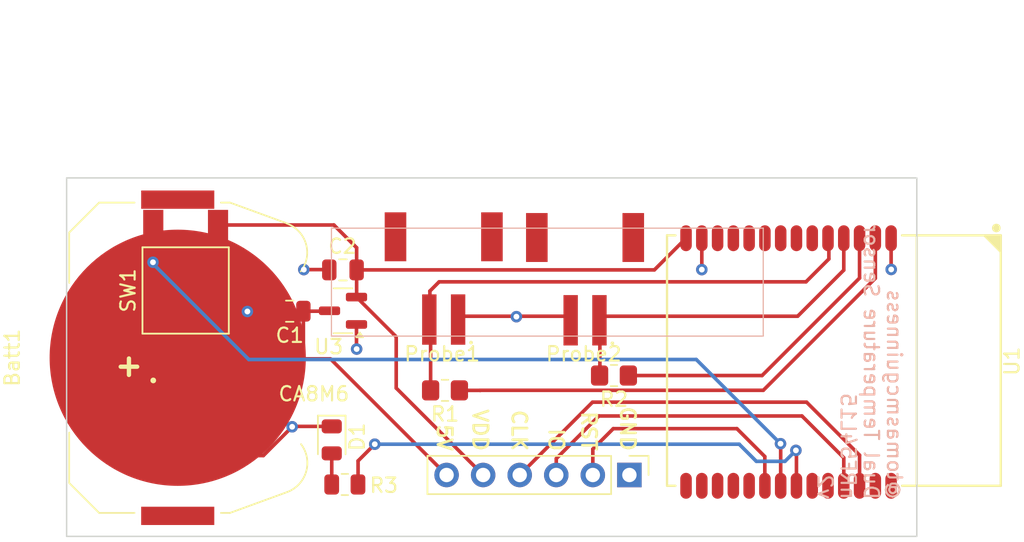
<source format=kicad_pcb>
(kicad_pcb (version 20241229) (generator "pcbnew") (generator_version "9.0")
  (title_block (title "Matter nRF54L15 Dual Temperature Sensor") (rev "2") (company "Cold Bear Ltd") (comment 4 "AISLER Project ID: CJCXXZRD"))
  (layers (0 "F.Cu" signal) (2 "B.Cu" signal) (13 "F.Paste" user) (15 "B.Paste" user) (5 "F.SilkS" user "F.Silkscreen") (7 "B.SilkS" user "B.Silkscreen") (1 "F.Mask" user) (3 "B.Mask" user) (25 "Edge.Cuts" user))
  (net 0 "")
  (net 1 "GND")
  (net 16 "Net-(U1-P1.13{slash}AIN6)")
  (net 18 "Net-(D1-A)")
  (net 19 "Net-(Probe1-Pin_2)")
  (net 20 "Net-(U1-P1.09)")
  (net 21 "Net-(U1-P1.10)")
  (net 22 "Net-(U1-P2.10)")
  (net 23 "Net-(Batt1-Pin_1)")
  (net 24 "Net-(J2-Pin_2)")
  (net 25 "Net-(J2-Pin_4)")
  (net 26 "Net-(J2-Pin_5)")
  (net 27 "Net-(J2-Pin_3)")
  (net 29 "unconnected-(U1-P2.09-Pad21)")
  (net 31 "Net-(Probe2-Pin_1)")
  (footprint "S2B-PH-SM4-TB:JST_S2B-PH-SM4-TB" (layer "F.Cu") (at 71.55 63.44)
    (property "Reference" "Probe2" (at -0.09 2.34 0) (layer "F.SilkS") (effects (font (size 1.001386 1.001386))))
    (property "Value" "Conn_01x02")
    (fp_circle (center 1.9 1.6) (end 2.027 1.6) (fill yes) (layer "F.SilkS"))
    (pad "1" smd rect (at 1 0) (size 1 3.5) (layers "F.Cu" "F.Mask" "F.Paste") (net 31 "Net-(Probe2-Pin_1)"))
    (pad "2" smd rect (at -1 0) (size 1 3.5) (layers "F.Cu" "F.Mask" "F.Paste") (net 1 "GND"))
    (pad "P1" smd rect (at 3.35 -5.75) (size 1.5 3.4) (layers "F.Cu" "F.Mask" "F.Paste"))
    (pad "P2" smd rect (at -3.35 -5.75) (size 1.5 3.4) (layers "F.Cu" "F.Mask" "F.Paste"))
  )
  (footprint "ME54BS01-1Y15TI:ME54BS01_V1.0" (layer "F.Cu") (at 85.69 66.34 -90)
    (property "Reference" "U1" (at -0.05497 -15.524 90) (layer "F.SilkS"))
    (property "Value" "ME54BS01_V1.0")
    (fp_line (start -8.8 8.444) (end 8.599 8.444) (stroke (width 0.16)) (layer "F.SilkS"))
    (fp_line (start -8.8 8.444) (end -8.8 7.862) (stroke (width 0.16)) (layer "F.SilkS"))
    (fp_line (start 8.599 8.434) (end 8.599 7.862) (stroke (width 0.16)) (layer "F.SilkS"))
    (fp_line (start -8.8 -7.886) (end -8.8 -14.744) (stroke (width 0.16)) (layer "F.SilkS"))
    (fp_line (start 8.599 -7.886) (end 8.599 -14.744) (stroke (width 0.16)) (layer "F.SilkS"))
    (fp_line (start -8.8 -8.902) (end 8.599 -8.902) (stroke (width 0.16)) (layer "F.SilkS"))
    (fp_line (start -8.8 -14.744) (end 8.599 -14.744) (stroke (width 0.16)) (layer "F.SilkS"))
    (fp_circle (center -9.30994 -14.434) (end -9.30994 -14.584) (stroke (width 0.3)) (fill no) (layer "F.SilkS"))
    (fp_poly (pts (xy -8.80497 -13.99897) (xy -8.80497 -14.77902) (xy -8.76996 -14.77902) (xy -8.74496 -14.77897) (xy -7.50498 -14.77897) (xy -8.80486 -13.47908)) (fill yes) (layer "F.SilkS"))
    (pad "1" smd oval (at -8.6 -7.124 270) (size 1.8 0.8) (layers "F.Cu" "F.Mask" "F.Paste") (net 1 "GND"))
    (pad "2" smd oval (at -8.6 -6.028 270) (size 1.8 0.8) (layers "F.Cu" "F.Mask" "F.Paste") (net 20 "Net-(U1-P1.09)"))
    (pad "3" smd oval (at -8.6 -4.932 270) (size 1.8 0.8) (layers "F.Cu" "F.Mask" "F.Paste") (net 21 "Net-(U1-P1.10)"))
    (pad "4" smd oval (at -8.6 -3.836 270) (size 1.8 0.8) (layers "F.Cu" "F.Mask" "F.Paste") (net 31 "Net-(Probe2-Pin_1)"))
    (pad "5" smd oval (at -8.6 -2.74 270) (size 1.8 0.8) (layers "F.Cu" "F.Mask" "F.Paste") (net 19 "Net-(Probe1-Pin_2)"))
    (pad "6" smd oval (at -8.6 -1.644 270) (size 1.8 0.8) (layers "F.Cu" "F.Mask" "F.Paste") (net 16 "Net-(U1-P1.13{slash}AIN6)"))
    (pad "7" smd oval (at -8.6 -0.548 270) (size 1.8 0.8) (layers "F.Cu" "F.Mask" "F.Paste"))
    (pad "8" smd oval (at -8.6 0.548 270) (size 1.8 0.8) (layers "F.Cu" "F.Mask" "F.Paste"))
    (pad "9" smd oval (at -8.6 1.644 270) (size 1.8 0.8) (layers "F.Cu" "F.Mask" "F.Paste"))
    (pad "10" smd oval (at -8.6 2.74 270) (size 1.8 0.8) (layers "F.Cu" "F.Mask" "F.Paste"))
    (pad "11" smd oval (at -8.6 3.836 270) (size 1.8 0.8) (layers "F.Cu" "F.Mask" "F.Paste"))
    (pad "12" smd oval (at -8.6 4.932 270) (size 1.8 0.8) (layers "F.Cu" "F.Mask" "F.Paste"))
    (pad "13" smd oval (at -8.6 6.028 270) (size 1.8 0.8) (layers "F.Cu" "F.Mask" "F.Paste") (net 1 "GND"))
    (pad "14" smd oval (at -8.6 7.124 270) (size 1.8 0.8) (layers "F.Cu" "F.Mask" "F.Paste") (net 26 "Net-(J2-Pin_5)"))
    (pad "15" smd oval (at 8.6 7.124 270) (size 1.8 0.8) (layers "F.Cu" "F.Mask" "F.Paste"))
    (pad "16" smd oval (at 8.6 6.028 270) (size 1.8 0.8) (layers "F.Cu" "F.Mask" "F.Paste"))
    (pad "17" smd oval (at 8.6 4.932 270) (size 1.8 0.8) (layers "F.Cu" "F.Mask" "F.Paste"))
    (pad "18" smd oval (at 8.6 3.836 270) (size 1.8 0.8) (layers "F.Cu" "F.Mask" "F.Paste"))
    (pad "19" smd oval (at 8.6 2.74 270) (size 1.8 0.8) (layers "F.Cu" "F.Mask" "F.Paste"))
    (pad "20" smd oval (at 8.6 1.644 270) (size 1.8 0.8) (layers "F.Cu" "F.Mask" "F.Paste") (net 24 "Net-(J2-Pin_2)"))
    (pad "21" smd oval (at 8.6 0.548 270) (size 1.8 0.8) (layers "F.Cu" "F.Mask" "F.Paste") (net 29 "unconnected-(U1-P2.09-Pad21)"))
    (pad "22" smd oval (at 8.6 -0.548 270) (size 1.8 0.8) (layers "F.Cu" "F.Mask" "F.Paste") (net 22 "Net-(U1-P2.10)"))
    (pad "23" smd oval (at 8.6 -1.644 270) (size 1.8 0.8) (layers "F.Cu" "F.Mask" "F.Paste"))
    (pad "24" smd oval (at 8.6 -2.74 270) (size 1.8 0.8) (layers "F.Cu" "F.Mask" "F.Paste"))
    (pad "25" smd oval (at 8.6 -3.836 270) (size 1.8 0.8) (layers "F.Cu" "F.Mask" "F.Paste") (net 27 "Net-(J2-Pin_3)"))
    (pad "26" smd oval (at 8.6 -4.932 270) (size 1.8 0.8) (layers "F.Cu" "F.Mask" "F.Paste") (net 25 "Net-(J2-Pin_4)"))
    (pad "27" smd oval (at 8.6 -6.028 270) (size 1.8 0.8) (layers "F.Cu" "F.Mask" "F.Paste"))
    (pad "28" smd oval (at 8.6 -7.124 270) (size 1.8 0.8) (layers "F.Cu" "F.Mask" "F.Paste"))
  )
  (footprint "S2B-PH-SM4-TB:JST_S2B-PH-SM4-TB" (layer "F.Cu") (at 61.73 63.39)
    (property "Reference" "Probe1" (at -0.11 2.39 0) (layer "F.SilkS") (effects (font (size 1.001386 1.001386))))
    (property "Value" "Conn_01x02")
    (fp_circle (center 1.9 1.6) (end 2.027 1.6) (fill yes) (layer "F.SilkS"))
    (pad "1" smd rect (at 1 0) (size 1 3.5) (layers "F.Cu" "F.Mask" "F.Paste") (net 1 "GND"))
    (pad "2" smd rect (at -1 0) (size 1 3.5) (layers "F.Cu" "F.Mask" "F.Paste") (net 19 "Net-(Probe1-Pin_2)"))
    (pad "P1" smd rect (at 3.35 -5.75) (size 1.5 3.4) (layers "F.Cu" "F.Mask" "F.Paste"))
    (pad "P2" smd rect (at -3.35 -5.75) (size 1.5 3.4) (layers "F.Cu" "F.Mask" "F.Paste"))
  )
  (footprint "Resistor_SMD:R_0805_2012Metric_Pad1.20x1.40mm_HandSolder" (layer "F.Cu") (at 61.82 68.31 180)
    (property "Reference" "R1" (at 0 -1.65 0) (layer "F.SilkS"))
    (property "Value" "10K")
    (fp_line (start -0.227064 0.735) (end 0.227064 0.735) (stroke (width 0.12)) (layer "F.SilkS"))
    (fp_line (start -0.227064 -0.735) (end 0.227064 -0.735) (stroke (width 0.12)) (layer "F.SilkS"))
    (pad "1" smd roundrect (at -1 0 180) (size 1.2 1.4) (layers "F.Cu" "F.Mask" "F.Paste") (roundrect_rratio 0.208333) (net 20 "Net-(U1-P1.09)"))
    (pad "2" smd roundrect (at 1 0 180) (size 1.2 1.4) (layers "F.Cu" "F.Mask" "F.Paste") (roundrect_rratio 0.208333) (net 19 "Net-(Probe1-Pin_2)"))
  )
  (footprint "Resistor_SMD:R_0805_2012Metric_Pad1.20x1.40mm_HandSolder" (layer "F.Cu") (at 73.56 67.28 180)
    (property "Reference" "R2" (at 0 -1.65 0) (layer "F.SilkS"))
    (property "Value" "10K" (hide yes))
    (fp_line (start -0.227064 0.735) (end 0.227064 0.735) (stroke (width 0.12)) (layer "F.SilkS"))
    (fp_line (start -0.227064 -0.735) (end 0.227064 -0.735) (stroke (width 0.12)) (layer "F.SilkS"))
    (pad "1" smd roundrect (at -1 0 180) (size 1.2 1.4) (layers "F.Cu" "F.Mask" "F.Paste") (roundrect_rratio 0.208333) (net 21 "Net-(U1-P1.10)"))
    (pad "2" smd roundrect (at 1 0 180) (size 1.2 1.4) (layers "F.Cu" "F.Mask" "F.Paste") (roundrect_rratio 0.208333) (net 31 "Net-(Probe2-Pin_1)"))
  )
  (footprint "Connector_PinHeader_2.54mm:PinHeader_1x06_P2.54mm_Vertical" (layer "F.Cu") (at 74.63 74.19 -90)
    (property "Reference" "J2" (hide yes))
    (property "Value" "Conn_01x06")
    (fp_line (start -1.33 14.03) (end 1.33 14.03) (stroke (width 0.12)) (layer "F.SilkS"))
    (fp_line (start -1.33 1.27) (end -1.33 14.03) (stroke (width 0.12)) (layer "F.SilkS"))
    (fp_line (start -1.33 1.27) (end 1.33 1.27) (stroke (width 0.12)) (layer "F.SilkS"))
    (fp_line (start 1.33 1.27) (end 1.33 14.03) (stroke (width 0.12)) (layer "F.SilkS"))
    (fp_line (start -1.33 0) (end -1.33 -1.33) (stroke (width 0.12)) (layer "F.SilkS"))
    (fp_line (start -1.33 -1.33) (end 0 -1.33) (stroke (width 0.12)) (layer "F.SilkS"))
    (pad "1" thru_hole rect (at 0 0 270) (size 1.7 1.7) (drill 1) (layers "*.Cu" "*.Mask") (net 1 "GND"))
    (pad "2" thru_hole oval (at 0 2.54 270) (size 1.7 1.7) (drill 1) (layers "*.Cu" "*.Mask") (net 24 "Net-(J2-Pin_2)"))
    (pad "3" thru_hole oval (at 0 5.08 270) (size 1.7 1.7) (drill 1) (layers "*.Cu" "*.Mask") (net 27 "Net-(J2-Pin_3)"))
    (pad "4" thru_hole oval (at 0 7.62 270) (size 1.7 1.7) (drill 1) (layers "*.Cu" "*.Mask") (net 25 "Net-(J2-Pin_4)"))
    (pad "5" thru_hole oval (at 0 10.16 270) (size 1.7 1.7) (drill 1) (layers "*.Cu" "*.Mask") (net 26 "Net-(J2-Pin_5)"))
    (pad "6" thru_hole oval (at 0 12.7 270) (size 1.7 1.7) (drill 1) (layers "*.Cu" "*.Mask") (net 23 "Net-(Batt1-Pin_1)"))
  )
  (footprint "TS04-66-43-BK-100-SMT:SW_TS04-66-43-BK-100-SMT" (layer "F.Cu") (at 43.8 61.37 90)
    (property "Reference" "SW1" (at 0 -4 90) (layer "F.SilkS"))
    (property "Value" "TS04-66-43-BK-100-SMT")
    (fp_line (start 3 -3) (end -3 -3) (stroke (width 0.127)) (layer "F.SilkS"))
    (fp_line (start -3 -3) (end -3 3) (stroke (width 0.127)) (layer "F.SilkS"))
    (fp_line (start 3 3) (end 3 -3) (stroke (width 0.127)) (layer "F.SilkS"))
    (fp_line (start -3 3) (end 3 3) (stroke (width 0.127)) (layer "F.SilkS"))
    (fp_circle (center -6.25 -2.25) (end -6.15 -2.25) (stroke (width 0.2)) (fill no) (layer "F.SilkS"))
    (pad "1" smd rect (at -4.55 -2.25 90) (size 2.1 1.4) (layers "F.Cu" "F.Mask" "F.Paste"))
    (pad "2" smd rect (at -4.55 2.25 90) (size 2.1 1.4) (layers "F.Cu" "F.Mask" "F.Paste"))
    (pad "3" smd rect (at 4.55 -2.25 90) (size 2.1 1.4) (layers "F.Cu" "F.Mask" "F.Paste") (net 16 "Net-(U1-P1.13{slash}AIN6)"))
    (pad "4" smd rect (at 4.55 2.25 90) (size 2.1 1.4) (layers "F.Cu" "F.Mask" "F.Paste") (net 26 "Net-(J2-Pin_5)"))
  )
  (footprint "Resistor_SMD:R_0805_2012Metric" (layer "F.Cu") (at 54.86 74.85 180)
    (property "Reference" "R3" (at -2.71 -0.06 0) (layer "F.SilkS"))
    (property "Value" "50")
    (fp_line (start -0.227064 0.735) (end 0.227064 0.735) (stroke (width 0.12)) (layer "F.SilkS"))
    (fp_line (start -0.227064 -0.735) (end 0.227064 -0.735) (stroke (width 0.12)) (layer "F.SilkS"))
    (pad "1" smd roundrect (at -0.9125 0 180) (size 1.025 1.4) (layers "F.Cu" "F.Mask" "F.Paste") (roundrect_rratio 0.243902) (net 22 "Net-(U1-P2.10)"))
    (pad "2" smd roundrect (at 0.9125 0 180) (size 1.025 1.4) (layers "F.Cu" "F.Mask" "F.Paste") (roundrect_rratio 0.243902) (net 18 "Net-(D1-A)"))
  )
  (footprint "Capacitor_SMD:C_0805_2012Metric" (layer "F.Cu") (at 51.03 62.81 180)
    (property "Reference" "C1" (at 0 -1.68 0) (layer "F.SilkS"))
    (property "Value" "1µF")
    (fp_line (start -0.261252 0.735) (end 0.261252 0.735) (stroke (width 0.12)) (layer "F.SilkS"))
    (fp_line (start -0.261252 -0.735) (end 0.261252 -0.735) (stroke (width 0.12)) (layer "F.SilkS"))
    (pad "1" smd roundrect (at -0.95 0 180) (size 1 1.45) (layers "F.Cu" "F.Mask" "F.Paste") (net 23 "Net-(Batt1-Pin_1)"))
    (pad "2" smd roundrect (at 0.95 0 180) (size 1 1.45) (layers "F.Cu" "F.Mask" "F.Paste") (net 1 "GND"))
  )
  (footprint "Package_TO_SOT_SMD:SOT-23" (layer "F.Cu") (at 54.7325 62.78 180)
    (property "Reference" "U3" (at 0.9925 -2.5 0) (layer "F.SilkS"))
    (property "Value" "MCP1700x-330xxTT")
    (fp_line (start 0 1.56) (end 0.65 1.56) (stroke (width 0.12)) (layer "F.SilkS"))
    (fp_line (start 0 1.56) (end -0.65 1.56) (stroke (width 0.12)) (layer "F.SilkS"))
    (fp_line (start 0 -1.56) (end 0.65 -1.56) (stroke (width 0.12)) (layer "F.SilkS"))
    (fp_line (start 0 -1.56) (end -0.65 -1.56) (stroke (width 0.12)) (layer "F.SilkS"))
    (fp_poly (pts (xy -1.1625 -1.51) (xy -1.4025 -1.84) (xy -0.9225 -1.84) (xy -1.1625 -1.51)) (stroke (width 0.12)) (fill yes) (layer "F.SilkS"))
    (pad "1" smd roundrect (at -0.9375 -0.95 180) (size 1.475 0.6) (layers "F.Cu" "F.Mask" "F.Paste") (net 1 "GND"))
    (pad "2" smd roundrect (at -0.9375 0.95 180) (size 1.475 0.6) (layers "F.Cu" "F.Mask" "F.Paste") (net 26 "Net-(J2-Pin_5)"))
    (pad "3" smd roundrect (at 0.9375 0 180) (size 1.475 0.6) (layers "F.Cu" "F.Mask" "F.Paste") (net 23 "Net-(Batt1-Pin_1)"))
  )
  (footprint "Battery:BatteryHolder_Keystone_3034_1x20mm" (layer "F.Cu") (at 43.25 66.045 90)
    (property "Reference" "Batt1" (at 0 -11.5 90) (layer "F.SilkS"))
    (property "Value" "Conn_01x02")
    (fp_line (start 8.7 -7.54) (end 5.2 -7.54) (stroke (width 0.12)) (layer "F.SilkS"))
    (fp_line (start 8.7 -7.54) (end 10.78 -5.46) (stroke (width 0.12)) (layer "F.SilkS"))
    (fp_line (start -5.2 -7.54) (end -8.7 -7.54) (stroke (width 0.12)) (layer "F.SilkS"))
    (fp_line (start -8.7 -7.54) (end -10.78 -5.46) (stroke (width 0.12)) (layer "F.SilkS"))
    (fp_line (start 10.78 -5.46) (end 10.78 -3) (stroke (width 0.12)) (layer "F.SilkS"))
    (fp_line (start -10.78 -5.46) (end -10.78 -3) (stroke (width 0.12)) (layer "F.SilkS"))
    (fp_line (start 10.78 3) (end 10.78 3.63) (stroke (width 0.12)) (layer "F.SilkS"))
    (fp_line (start -10.78 3) (end -10.78 3.63) (stroke (width 0.12)) (layer "F.SilkS"))
    (fp_line (start 10.78 3.63) (end 9.34 7.58) (stroke (width 0.12)) (layer "F.SilkS"))
    (fp_line (start -10.78 3.63) (end -9.34 7.58) (stroke (width 0.12)) (layer "F.SilkS"))
    (fp_arc (start 9.325243 7.588169) (mid 7.90634 8.911668) (end 6 8.55) (stroke (width 0.12)) (layer "F.SilkS"))
    (fp_arc (start -6.003354 8.56653) (mid -7.921654 8.918738) (end -9.34 7.58) (stroke (width 0.12)) (layer "F.SilkS"))
    (pad "1" smd rect (at -10.985 0 90) (size 1.27 5.08) (layers "F.Cu" "F.Mask" "F.Paste") (net 23 "Net-(Batt1-Pin_1)"))
    (pad "1" smd rect (at 10.985 0 90) (size 1.27 5.08) (layers "F.Cu" "F.Mask" "F.Paste") (net 23 "Net-(Batt1-Pin_1)"))
    (pad "2" smd circle (at 0 0 90) (size 17.8 17.8) (layers "F.Cu" "F.Mask") (net 1 "GND"))
  )
  (footprint "LED_SMD:LED_0805_2012Metric" (layer "F.Cu") (at 53.95 71.75 -90)
    (property "Reference" "D1" (at -0.21 -1.77 90) (layer "F.SilkS"))
    (property "Value" "LED")
    (fp_line (start -1.685 0.96) (end 1 0.96) (stroke (width 0.12)) (layer "F.SilkS"))
    (fp_line (start -1.685 -0.96) (end -1.685 0.96) (stroke (width 0.12)) (layer "F.SilkS"))
    (fp_line (start 1 -0.96) (end -1.685 -0.96) (stroke (width 0.12)) (layer "F.SilkS"))
    (pad "1" smd roundrect (at -0.9375 0 270) (size 0.975 1.4) (layers "F.Cu" "F.Mask" "F.Paste") (net 1 "GND"))
    (pad "2" smd roundrect (at 0.9375 0 270) (size 0.975 1.4) (layers "F.Cu" "F.Mask" "F.Paste") (net 18 "Net-(D1-A)"))
  )
  (footprint "Capacitor_SMD:C_0805_2012Metric" (layer "F.Cu") (at 54.73 59.94 180)
    (property "Reference" "C2" (at 0.04 1.64 0) (layer "F.SilkS"))
    (property "Value" "1µF")
    (fp_line (start -0.261252 0.735) (end 0.261252 0.735) (stroke (width 0.12)) (layer "F.SilkS"))
    (fp_line (start -0.261252 -0.735) (end 0.261252 -0.735) (stroke (width 0.12)) (layer "F.SilkS"))
    (pad "1" smd roundrect (at -0.95 0 180) (size 1 1.45) (layers "F.Cu" "F.Mask" "F.Paste") (net 26 "Net-(J2-Pin_5)"))
    (pad "2" smd roundrect (at 0.95 0 180) (size 1 1.45) (layers "F.Cu" "F.Mask" "F.Paste") (net 1 "GND"))
  )
  (gr_line (start 83.93 57.04) (end 53.93 57.04) (stroke (width 0.08382)) (layer "B.SilkS"))
  (gr_line (start 53.93 64.54) (end 83.929999 64.54) (stroke (width 0.08382)) (layer "B.SilkS"))
  (gr_line (start 53.93 57.04) (end 53.93 64.54) (stroke (width 0.08382)) (layer "B.SilkS"))
  (gr_line (start 83.93 64.53) (end 83.93 57.03) (stroke (width 0.08382)) (layer "B.SilkS"))
  (gr_rect (start 35.53 53.55) (end 94.6 78.455) (stroke (width 0.1)) (fill no) (layer "Edge.Cuts"))
  (gr_text "IO" (at 68.96 70.85381 270) (layer "F.SilkS") (effects (font (size 1 1) (thickness 0.1875)) (justify left bottom)))
  (gr_text "+" (at 39.09 65.54 270) (layer "F.SilkS") (effects (font (size 1.5 1.5) (thickness 0.3) (bold yes)) (justify left bottom)))
  (gr_text "CA8M6" (at 55.26 69.14 0) (layer "F.SilkS") (effects (font (size 1 1)) (justify right bottom)))
  (gr_text "VDD" (at 63.68 69.520476 270) (layer "F.SilkS") (effects (font (size 1 1) (thickness 0.1875)) (justify left bottom)))
  (gr_text "CLK" (at 66.39 69.568095 270) (layer "F.SilkS") (effects (font (size 1 1) (thickness 0.1875)) (justify left bottom)))
  (gr_text "RST" (at 71.23 69.663333 270) (layer "F.SilkS") (effects (font (size 1 1) (thickness 0.1875)) (justify left bottom)))
  (gr_text "GND" (at 73.93 69.33 270) (layer "F.SilkS") (effects (font (size 1 1) (thickness 0.1875)) (justify left bottom)))
  (gr_text "5V" (at 61.2 70.568095 270) (layer "F.SilkS") (effects (font (size 1 1) (thickness 0.1875)) (justify left bottom)))
  (gr_text "@tomasmcguinness\nDual Temperature Sensor \nnRF54L15\nv${REVISION}" (at 87.63 75.98 270) (layer "B.SilkS") (effects (font (size 1 1)) (justify left bottom mirror)))
  (segment (start 85.13 72.016) (end 85.142 72.028) (width 0.25) (layer "F.Cu") (net 0))
  (segment (start 41.55 59.39) (end 41.53 59.41) (width 0.25) (layer "F.Cu") (net 0))
  (segment (start 85.142 72.028) (end 85.142 74.94) (width 0.25) (layer "F.Cu") (net 0))
  (segment (start 41.55 56.82) (end 41.55 59.39) (width 0.25) (layer "F.Cu") (net 0))
  (via (at 41.53 59.41) (size 0.8) (drill 0.4) (layers "F.Cu" "B.Cu") (net 0))
  (segment (start 41.53 59.41) (end 41.53 59.51) (width 0.25) (layer "B.Cu") (net 0))
  (segment (start 48.186 66.166) (end 79.28 66.166) (width 0.25) (layer "B.Cu") (net 0))
  (segment (start 41.53 59.51) (end 48.186 66.166) (width 0.25) (layer "B.Cu") (net 0))
  (segment (start 79.28 66.166) (end 85.13 72.016) (width 0.25) (layer "B.Cu") (net 0))
  (segment (start 50.08 62.81) (end 48.11 62.81) (width 0.25) (layer "F.Cu") (net 1))
  (segment (start 92.814 59.904) (end 92.82 59.91) (width 0.25) (layer "F.Cu") (net 1))
  (segment (start 92.814 57.74) (end 92.814 59.904) (width 0.25) (layer "F.Cu") (net 1))
  (segment (start 70.58 63.16) (end 66.81 63.16) (width 0.25) (layer "F.Cu") (net 1))
  (segment (start 49.2 72.84) (end 51.2 70.84) (width 0.25) (layer "F.Cu") (net 1))
  (segment (start 51.2275 70.8125) (end 51.2 70.84) (width 0.25) (layer "F.Cu") (net 1))
  (segment (start 66.75 63.16) (end 66.78 63.19) (width 0.25) (layer "F.Cu") (net 1))
  (segment (start 53.95 70.8125) (end 51.2275 70.8125) (width 0.25) (layer "F.Cu") (net 1))
  (segment (start 55.67 63.73) (end 55.67 65.43) (width 0.25) (layer "F.Cu") (net 1))
  (segment (start 79.662 59.92) (end 79.662 57.74) (width 0.25) (layer "F.Cu") (net 1))
  (segment (start 47.26 72.84) (end 49.2 72.84) (width 0.25) (layer "F.Cu") (net 1))
  (segment (start 66.81 63.16) (end 66.78 63.19) (width 0.25) (layer "F.Cu") (net 1))
  (segment (start 48.11 62.81) (end 48.09 62.83) (width 0.25) (layer "F.Cu") (net 1))
  (segment (start 55.67 65.43) (end 55.68 65.44) (width 0.25) (layer "F.Cu") (net 1))
  (segment (start 62.77 63.16) (end 66.75 63.16) (width 0.25) (layer "F.Cu") (net 1))
  (segment (start 52.01 59.92) (end 53.76 59.92) (width 0.25) (layer "F.Cu") (net 1))
  (segment (start 53.76 59.92) (end 53.78 59.94) (width 0.25) (layer "F.Cu") (net 1))
  (via (at 48.09 62.83) (size 0.8) (drill 0.4) (layers "F.Cu" "B.Cu") (net 1))
  (via (at 55.68 65.44) (size 0.8) (drill 0.4) (layers "F.Cu" "B.Cu") (net 1))
  (via (at 51.2 70.84) (size 0.8) (drill 0.4) (layers "F.Cu" "B.Cu") (net 1))
  (via (at 66.78 63.19) (size 0.8) (drill 0.4) (layers "F.Cu" "B.Cu") (net 1))
  (via (at 92.82 59.91) (size 0.8) (drill 0.4) (layers "F.Cu" "B.Cu") (net 1))
  (via (at 52.01 59.92) (size 0.8) (drill 0.4) (layers "F.Cu" "B.Cu") (net 1))
  (via (at 79.662 59.92) (size 0.8) (drill 0.4) (layers "F.Cu" "B.Cu") (net 1))
  (segment (start 53.95 72.6875) (end 53.95 74.8475) (width 0.25) (layer "F.Cu") (net 18))
  (segment (start 53.95 74.8475) (end 53.9475 74.85) (width 0.25) (layer "F.Cu") (net 18))
  (segment (start 60.77 63.16) (end 60.82 63.21) (width 0.25) (layer "F.Cu") (net 19))
  (segment (start 60.77 61.41) (end 60.77 63.16) (width 0.25) (layer "F.Cu") (net 19))
  (segment (start 60.82 63.21) (end 60.82 68.31) (width 0.25) (layer "F.Cu") (net 19))
  (segment (start 88.43 57.74) (end 88.49 57.8) (width 0.25) (layer "F.Cu") (net 19))
  (segment (start 86.9 60.77) (end 61.41 60.77) (width 0.25) (layer "F.Cu") (net 19))
  (segment (start 88.49 59.18) (end 86.9 60.77) (width 0.25) (layer "F.Cu") (net 19))
  (segment (start 61.41 60.77) (end 60.77 61.41) (width 0.25) (layer "F.Cu") (net 19))
  (segment (start 88.49 57.8) (end 88.49 59.18) (width 0.25) (layer "F.Cu") (net 19))
  (segment (start 83.934 68.306) (end 64.27 68.306) (width 0.25) (layer "F.Cu") (net 20))
  (segment (start 64.266 68.31) (end 64.27 68.306) (width 0.25) (layer "F.Cu") (net 20))
  (segment (start 91.718 60.522) (end 83.934 68.306) (width 0.25) (layer "F.Cu") (net 20))
  (segment (start 62.82 68.31) (end 64.266 68.31) (width 0.25) (layer "F.Cu") (net 20))
  (segment (start 91.718 57.74) (end 91.718 60.522) (width 0.25) (layer "F.Cu") (net 20))
  (segment (start 83.85 67.28) (end 90.622 60.508) (width 0.25) (layer "F.Cu") (net 21))
  (segment (start 90.622 60.508) (end 90.622 57.74) (width 0.25) (layer "F.Cu") (net 21))
  (segment (start 74.56 67.28) (end 83.85 67.28) (width 0.25) (layer "F.Cu") (net 21))
  (segment (start 55.78 73.21) (end 55.78 74.8425) (width 0.25) (layer "F.Cu") (net 22))
  (segment (start 56.94 72.05) (end 55.78 73.21) (width 0.25) (layer "F.Cu") (net 22))
  (segment (start 55.78 74.8425) (end 55.7725 74.85) (width 0.25) (layer "F.Cu") (net 22))
  (segment (start 86.238 72.518) (end 86.238 74.94) (width 0.25) (layer "F.Cu") (net 22))
  (segment (start 86.2 72.48) (end 86.238 72.518) (width 0.25) (layer "F.Cu") (net 22))
  (via (at 86.2 72.48) (size 0.8) (drill 0.4) (layers "F.Cu" "B.Cu") (net 22))
  (via (at 56.94 72.05) (size 0.8) (drill 0.4) (layers "F.Cu" "B.Cu") (net 22))
  (segment (start 82.26 72.05) (end 83.45 73.24) (width 0.25) (layer "B.Cu") (net 22))
  (segment (start 85.44 73.24) (end 86.2 72.48) (width 0.25) (layer "B.Cu") (net 22))
  (segment (start 83.45 73.24) (end 85.44 73.24) (width 0.25) (layer "B.Cu") (net 22))
  (segment (start 56.94 72.05) (end 82.26 72.05) (width 0.25) (layer "B.Cu") (net 22))
  (segment (start 51.98 66.12) (end 53.86 66.12) (width 0.25) (layer "F.Cu") (net 23))
  (segment (start 53.86 66.12) (end 61.93 74.19) (width 0.25) (layer "F.Cu") (net 23))
  (segment (start 51.86 66.12) (end 51.98 66.12) (width 0.25) (layer "F.Cu") (net 23))
  (segment (start 53.765 62.81) (end 53.795 62.78) (width 0.25) (layer "F.Cu") (net 23))
  (segment (start 47.03 70.95) (end 51.86 66.12) (width 0.25) (layer "F.Cu") (net 23))
  (segment (start 51.98 62.81) (end 53.765 62.81) (width 0.25) (layer "F.Cu") (net 23))
  (segment (start 51.98 66.12) (end 51.98 62.81) (width 0.25) (layer "F.Cu") (net 23))
  (segment (start 84.046 74.44) (end 84.04 74.434) (width 0.25) (layer "F.Cu") (net 24))
  (segment (start 84.04 72.91) (end 82.1 70.97) (width 0.25) (layer "F.Cu") (net 24))
  (segment (start 84.046 74.94) (end 84.046 74.44) (width 0.25) (layer "F.Cu") (net 24))
  (segment (start 72.09 72.39) (end 72.09 74.19) (width 0.25) (layer "F.Cu") (net 24))
  (segment (start 73.51 70.97) (end 72.09 72.39) (width 0.25) (layer "F.Cu") (net 24))
  (segment (start 84.04 74.434) (end 84.04 72.91) (width 0.25) (layer "F.Cu") (net 24))
  (segment (start 82.1 70.97) (end 73.51 70.97) (width 0.25) (layer "F.Cu") (net 24))
  (segment (start 86.94 69.13) (end 72.07 69.13) (width 0.25) (layer "F.Cu") (net 25))
  (segment (start 90.622 74.94) (end 90.622 72.812) (width 0.25) (layer "F.Cu") (net 25))
  (segment (start 90.622 72.812) (end 86.94 69.13) (width 0.25) (layer "F.Cu") (net 25))
  (segment (start 72.07 69.13) (end 67.01 74.19) (width 0.25) (layer "F.Cu") (net 25))
  (segment (start 58.43 64.59) (end 58.43 68.15) (width 0.25) (layer "F.Cu") (net 26))
  (segment (start 76.366 59.94) (end 78.566 57.74) (width 0.25) (layer "F.Cu") (net 26))
  (segment (start 55.68 59.94) (end 55.68 61.82) (width 0.25) (layer "F.Cu") (net 26))
  (segment (start 55.68 59.94) (end 76.366 59.94) (width 0.25) (layer "F.Cu") (net 26))
  (segment (start 46.05 56.82) (end 54.1 56.82) (width 0.25) (layer "F.Cu") (net 26))
  (segment (start 55.68 61.82) (end 55.67 61.83) (width 0.25) (layer "F.Cu") (net 26))
  (segment (start 55.68 58.4) (end 55.68 59.94) (width 0.25) (layer "F.Cu") (net 26))
  (segment (start 55.67 61.83) (end 58.43 64.59) (width 0.25) (layer "F.Cu") (net 26))
  (segment (start 58.43 68.15) (end 64.47 74.19) (width 0.25) (layer "F.Cu") (net 26))
  (segment (start 54.1 56.82) (end 55.68 58.4) (width 0.25) (layer "F.Cu") (net 26))
  (segment (start 69.55 73.05) (end 69.55 74.19) (width 0.25) (layer "F.Cu") (net 27))
  (segment (start 89.526 72.996) (end 86.62 70.09) (width 0.25) (layer "F.Cu") (net 27))
  (segment (start 89.526 74.94) (end 89.526 74.44) (width 0.25) (layer "F.Cu") (net 27))
  (segment (start 86.62 70.09) (end 72.51 70.09) (width 0.25) (layer "F.Cu") (net 27))
  (segment (start 72.51 70.09) (end 69.55 73.05) (width 0.25) (layer "F.Cu") (net 27))
  (segment (start 89.526 74.44) (end 89.436 74.53) (width 0.25) (layer "F.Cu") (net 27))
  (segment (start 89.526 74.94) (end 89.526 72.996) (width 0.25) (layer "F.Cu") (net 27))
  (via (at 85.13 72.016) (size 0.8) (drill 0.4) (layers "F.Cu" "B.Cu") (net 29))
  (segment (start 72.58 63.16) (end 86.32 63.16) (width 0.25) (layer "F.Cu") (net 31))
  (segment (start 86.32 63.16) (end 89.526 59.954) (width 0.25) (layer "F.Cu") (net 31))
  (segment (start 89.526 59.954) (end 89.526 57.74) (width 0.25) (layer "F.Cu") (net 31))
  (segment (start 72.58 66.6) (end 72.59 66.61) (width 0.25) (layer "F.Cu") (net 31))
  (segment (start 72.58 63.16) (end 72.58 66.6) (width 0.25) (layer "F.Cu") (net 31))
)
</source>
